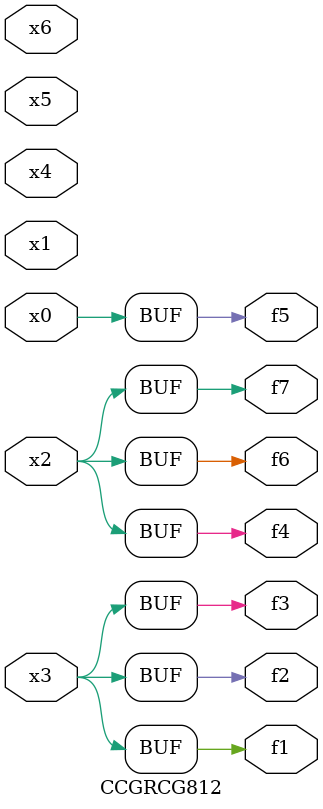
<source format=v>
module CCGRCG812(
	input x0, x1, x2, x3, x4, x5, x6,
	output f1, f2, f3, f4, f5, f6, f7
);
	assign f1 = x3;
	assign f2 = x3;
	assign f3 = x3;
	assign f4 = x2;
	assign f5 = x0;
	assign f6 = x2;
	assign f7 = x2;
endmodule

</source>
